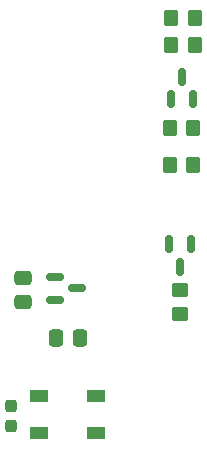
<source format=gbr>
%TF.GenerationSoftware,KiCad,Pcbnew,(6.0.0)*%
%TF.CreationDate,2022-04-16T20:40:41+02:00*%
%TF.ProjectId,bewegungsmelder,62657765-6775-46e6-9773-6d656c646572,rev?*%
%TF.SameCoordinates,Original*%
%TF.FileFunction,Paste,Top*%
%TF.FilePolarity,Positive*%
%FSLAX46Y46*%
G04 Gerber Fmt 4.6, Leading zero omitted, Abs format (unit mm)*
G04 Created by KiCad (PCBNEW (6.0.0)) date 2022-04-16 20:40:41*
%MOMM*%
%LPD*%
G01*
G04 APERTURE LIST*
G04 Aperture macros list*
%AMRoundRect*
0 Rectangle with rounded corners*
0 $1 Rounding radius*
0 $2 $3 $4 $5 $6 $7 $8 $9 X,Y pos of 4 corners*
0 Add a 4 corners polygon primitive as box body*
4,1,4,$2,$3,$4,$5,$6,$7,$8,$9,$2,$3,0*
0 Add four circle primitives for the rounded corners*
1,1,$1+$1,$2,$3*
1,1,$1+$1,$4,$5*
1,1,$1+$1,$6,$7*
1,1,$1+$1,$8,$9*
0 Add four rect primitives between the rounded corners*
20,1,$1+$1,$2,$3,$4,$5,0*
20,1,$1+$1,$4,$5,$6,$7,0*
20,1,$1+$1,$6,$7,$8,$9,0*
20,1,$1+$1,$8,$9,$2,$3,0*%
G04 Aperture macros list end*
%ADD10RoundRect,0.237500X-0.237500X0.300000X-0.237500X-0.300000X0.237500X-0.300000X0.237500X0.300000X0*%
%ADD11RoundRect,0.250000X0.450000X-0.350000X0.450000X0.350000X-0.450000X0.350000X-0.450000X-0.350000X0*%
%ADD12RoundRect,0.150000X-0.150000X0.587500X-0.150000X-0.587500X0.150000X-0.587500X0.150000X0.587500X0*%
%ADD13RoundRect,0.250000X-0.337500X-0.475000X0.337500X-0.475000X0.337500X0.475000X-0.337500X0.475000X0*%
%ADD14RoundRect,0.250000X-0.350000X-0.450000X0.350000X-0.450000X0.350000X0.450000X-0.350000X0.450000X0*%
%ADD15RoundRect,0.250000X-0.475000X0.337500X-0.475000X-0.337500X0.475000X-0.337500X0.475000X0.337500X0*%
%ADD16R,1.500000X1.000000*%
%ADD17RoundRect,0.150000X-0.587500X-0.150000X0.587500X-0.150000X0.587500X0.150000X-0.587500X0.150000X0*%
%ADD18RoundRect,0.150000X0.150000X-0.587500X0.150000X0.587500X-0.150000X0.587500X-0.150000X-0.587500X0*%
G04 APERTURE END LIST*
D10*
%TO.C,C1*%
X87630000Y-128323000D03*
X87630000Y-130048000D03*
%TD*%
D11*
%TO.C,R4*%
X101981000Y-120523000D03*
X101981000Y-118523000D03*
%TD*%
D12*
%TO.C,Q1*%
X102931000Y-114632500D03*
X101031000Y-114632500D03*
X101981000Y-116507500D03*
%TD*%
D13*
%TO.C,R7*%
X91440000Y-122555000D03*
X93515000Y-122555000D03*
%TD*%
D14*
%TO.C,R2*%
X101092000Y-107950000D03*
X103092000Y-107950000D03*
%TD*%
%TO.C,R1*%
X101235000Y-95504000D03*
X103235000Y-95504000D03*
%TD*%
D15*
%TO.C,R6*%
X88646000Y-117475000D03*
X88646000Y-119550000D03*
%TD*%
D14*
%TO.C,R5*%
X101219000Y-97790000D03*
X103219000Y-97790000D03*
%TD*%
D16*
%TO.C,D1*%
X90006000Y-127432000D03*
X90006000Y-130632000D03*
X94906000Y-130632000D03*
X94906000Y-127432000D03*
%TD*%
D14*
%TO.C,R3*%
X101092000Y-104775000D03*
X103092000Y-104775000D03*
%TD*%
D17*
%TO.C,Q3*%
X91391500Y-117414000D03*
X91391500Y-119314000D03*
X93266500Y-118364000D03*
%TD*%
D18*
%TO.C,Q2*%
X101219000Y-102362000D03*
X103119000Y-102362000D03*
X102169000Y-100487000D03*
%TD*%
M02*

</source>
